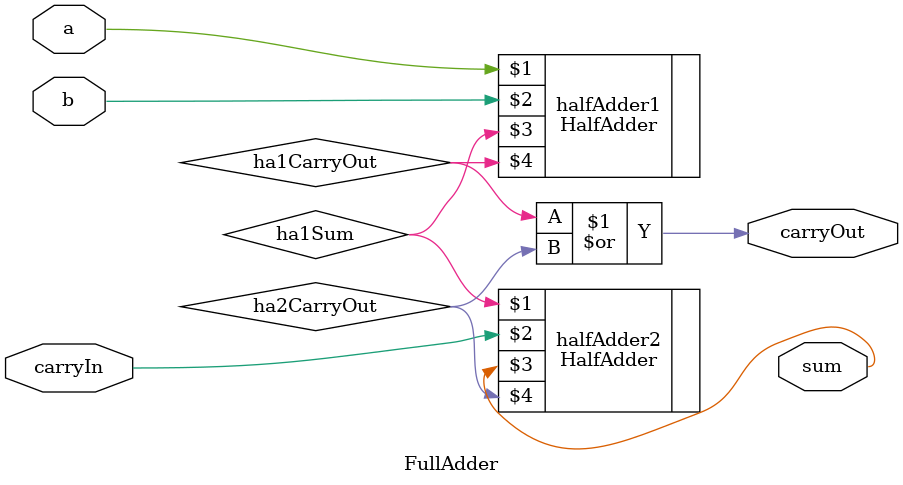
<source format=v>

`timescale 1ns / 1ps

module FullAdder(
    input a,
    input b,
    input carryIn,
    output sum,
    output carryOut
    );
    
    // Structural design of full adder
    wire ha1Sum, ha1CarryOut, ha2CarryOut;
    HalfAdder halfAdder1(a, b, ha1Sum, ha1CarryOut);
    HalfAdder halfAdder2(ha1Sum, carryIn, sum, ha2CarryOut);
    or(carryOut, ha1CarryOut, ha2CarryOut);
endmodule

</source>
